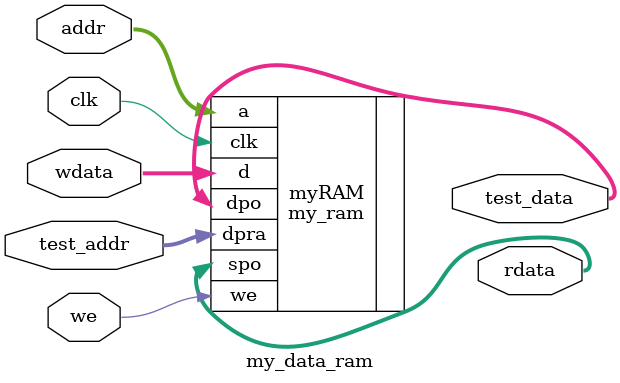
<source format=v>
module my_data_ram (input clk,
                 input we,
                 input [4:0]addr,
                 input [31:0] wdata,
                 output [31:0] rdata,
                 input [4:0] test_addr,
                 output [31:0] test_data);

    my_ram myRAM(
    .clk(clk),
    .we(we),
    .a(addr),
    .d (wdata),
    .spo(rdata),
    .dpra(test_addr),
    .dpo(test_data)
    );
    
endmodule


</source>
